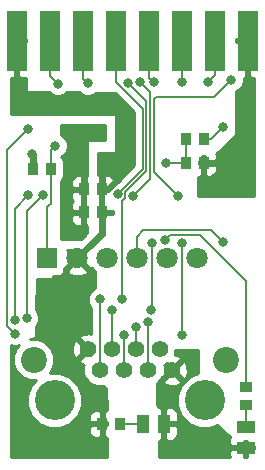
<source format=gbl>
G04 #@! TF.GenerationSoftware,KiCad,Pcbnew,no-vcs-found-bf44d39~61~ubuntu16.04.1*
G04 #@! TF.CreationDate,2018-01-04T16:51:08+01:00*
G04 #@! TF.ProjectId,arcade_adapter,6172636164655F616461707465722E6B,rev?*
G04 #@! TF.SameCoordinates,Original*
G04 #@! TF.FileFunction,Copper,L2,Bot,Signal*
G04 #@! TF.FilePolarity,Positive*
%FSLAX46Y46*%
G04 Gerber Fmt 4.6, Leading zero omitted, Abs format (unit mm)*
G04 Created by KiCad (PCBNEW no-vcs-found-bf44d39~61~ubuntu16.04.1) date Thu Jan  4 16:51:08 2018*
%MOMM*%
%LPD*%
G01*
G04 APERTURE LIST*
%ADD10R,0.914400X1.066800*%
%ADD11R,1.066800X0.914400*%
%ADD12R,1.574800X1.066800*%
%ADD13R,1.066800X1.574800*%
%ADD14R,1.780000X5.080000*%
%ADD15C,1.400000*%
%ADD16C,3.400000*%
%ADD17C,2.200000*%
%ADD18R,1.800000X1.800000*%
%ADD19C,1.800000*%
%ADD20C,0.800000*%
%ADD21C,0.152400*%
%ADD22C,0.609600*%
%ADD23C,0.254000*%
G04 APERTURE END LIST*
D10*
X98907600Y-69857620D03*
X97383600Y-69857620D03*
X97383600Y-71805800D03*
X98907600Y-71805800D03*
X106008000Y-67620000D03*
X107532000Y-67620000D03*
D11*
X111099600Y-86639400D03*
X111099600Y-88163400D03*
D10*
X107532000Y-65650000D03*
X106008000Y-65650000D03*
X98933000Y-89738200D03*
X100457000Y-89738200D03*
X93045280Y-68122800D03*
X94569280Y-68122800D03*
D12*
X111099600Y-91744800D03*
X111099600Y-90017600D03*
D13*
X102412800Y-89738200D03*
X104140000Y-89738200D03*
D14*
X102890000Y-57290000D03*
X105680000Y-57290000D03*
X108480000Y-57290000D03*
X111270000Y-57290000D03*
X100090000Y-57290000D03*
X97300000Y-57290000D03*
X94510000Y-57290000D03*
X91710000Y-57290000D03*
D15*
X104819800Y-85191600D03*
X102789800Y-85191600D03*
X100759800Y-85191600D03*
X98729800Y-85191600D03*
X103799800Y-83411600D03*
X101769800Y-83411600D03*
X99739800Y-83411600D03*
X97709800Y-83411600D03*
D16*
X94919800Y-87731600D03*
X107619800Y-87731600D03*
D17*
X93139800Y-84301600D03*
X109399800Y-84301600D03*
D18*
X94259400Y-75692000D03*
D19*
X96799400Y-75692000D03*
X99339400Y-75692000D03*
X101879400Y-75692000D03*
X104419400Y-75692000D03*
X106959400Y-75692000D03*
D20*
X109169200Y-74371200D03*
X109160000Y-64629998D03*
X102150000Y-60780000D03*
X101523800Y-70408800D03*
X103300000Y-60809998D03*
X100228400Y-70281800D03*
X107880000Y-60770000D03*
X97710000Y-60910000D03*
X105660000Y-60750000D03*
X101117400Y-60883800D03*
X100634800Y-79197199D03*
X98729798Y-79197200D03*
X107590000Y-69740000D03*
X108620000Y-69750000D03*
X110610000Y-69750000D03*
X109590000Y-69760000D03*
X109570000Y-68710000D03*
X110590000Y-68710000D03*
X110580000Y-67620000D03*
X109570000Y-67630000D03*
X98623120Y-65057020D03*
X96154240Y-65031620D03*
X97388680Y-65051940D03*
X105613200Y-90779600D03*
X106984800Y-90779600D03*
X108280200Y-90779600D03*
X108280200Y-91846400D03*
X106908600Y-91846400D03*
X106908600Y-91846400D03*
X105638600Y-91846400D03*
X105638600Y-91846400D03*
X104419400Y-91846400D03*
X93000000Y-66840000D03*
X98920300Y-68303140D03*
X99808030Y-68303140D03*
X100695760Y-68303140D03*
X100690680Y-67249040D03*
X99805490Y-67256660D03*
X98920300Y-67261740D03*
X95160000Y-60950000D03*
X105664004Y-74447400D03*
X100761800Y-82245200D03*
X105664000Y-82245200D03*
X103098600Y-80086200D03*
X99745802Y-80086200D03*
X103124000Y-74422000D03*
X92630000Y-64780000D03*
X104320000Y-67620000D03*
X109870000Y-60590000D03*
X105340000Y-70470000D03*
X102810000Y-81090000D03*
X92557600Y-80772000D03*
X93903800Y-70358000D03*
X104267000Y-74142602D03*
X101770000Y-81500000D03*
X91516200Y-80975200D03*
X92659200Y-70358000D03*
X91567092Y-82099312D03*
X94970600Y-66167000D03*
D21*
X101879400Y-75692000D02*
X101879400Y-73888600D01*
X101879400Y-73888600D02*
X102412800Y-73355200D01*
X102412800Y-73355200D02*
X108153200Y-73355200D01*
X108153200Y-73355200D02*
X109169200Y-74371200D01*
X108141600Y-65650000D02*
X109160000Y-64631600D01*
X109160000Y-64631600D02*
X109160000Y-64629998D01*
X107532000Y-65650000D02*
X108141600Y-65650000D01*
X102969622Y-68962978D02*
X101923799Y-70008801D01*
X101923799Y-70008801D02*
X101523800Y-70408800D01*
X102969622Y-61599622D02*
X102969622Y-68962978D01*
X102150000Y-60780000D02*
X102969622Y-61599622D01*
X102890000Y-60399998D02*
X102900001Y-60409999D01*
X102900001Y-60409999D02*
X103300000Y-60809998D01*
X102890000Y-57290000D02*
X102890000Y-60399998D01*
X102360000Y-63060000D02*
X100090000Y-60790000D01*
X100228400Y-70281800D02*
X100228400Y-70278036D01*
X100090000Y-60790000D02*
X100090000Y-57290000D01*
X102360000Y-68146436D02*
X102360000Y-63060000D01*
X100228400Y-70278036D02*
X102360000Y-68146436D01*
X107880000Y-60770000D02*
X108480000Y-60170000D01*
X108480000Y-60170000D02*
X108480000Y-57290000D01*
X97300000Y-57290000D02*
X97300000Y-60500000D01*
X97300000Y-60500000D02*
X97710000Y-60910000D01*
X105660000Y-60750000D02*
X105660000Y-57310000D01*
X105660000Y-57310000D02*
X105680000Y-57290000D01*
X100882404Y-70634330D02*
X100882404Y-70090794D01*
X100634800Y-79197199D02*
X100634800Y-70881934D01*
X100882404Y-70090794D02*
X102664811Y-68308387D01*
X102664811Y-62431211D02*
X101517399Y-61283799D01*
X100634800Y-70881934D02*
X100882404Y-70634330D01*
X102664811Y-68308387D02*
X102664811Y-62431211D01*
X101517399Y-61283799D02*
X101117400Y-60883800D01*
X98729800Y-79197202D02*
X98729798Y-79197200D01*
X98729800Y-85191600D02*
X98729800Y-79197202D01*
D22*
X108620000Y-69750000D02*
X107600000Y-69750000D01*
X107600000Y-69750000D02*
X107590000Y-69740000D01*
X109590000Y-69760000D02*
X108630000Y-69760000D01*
X108630000Y-69760000D02*
X108620000Y-69750000D01*
X110610000Y-69750000D02*
X109600000Y-69750000D01*
X109600000Y-69750000D02*
X109590000Y-69760000D01*
X109570000Y-68710000D02*
X109570000Y-69740000D01*
X109570000Y-69740000D02*
X109590000Y-69760000D01*
X110580000Y-67620000D02*
X110580000Y-68700000D01*
X110580000Y-68700000D02*
X110590000Y-68710000D01*
X107532000Y-67620000D02*
X109560000Y-67620000D01*
X109560000Y-67620000D02*
X109570000Y-67630000D01*
X97388680Y-65051940D02*
X98638360Y-65051940D01*
X98638360Y-65051940D02*
X98643440Y-65057020D01*
X97388680Y-65051940D02*
X96174560Y-65051940D01*
X96174560Y-65051940D02*
X96154240Y-65031620D01*
X97388680Y-68709540D02*
X97388680Y-65051940D01*
X97383600Y-69857620D02*
X97383600Y-68714620D01*
X97383600Y-68714620D02*
X97388680Y-68709540D01*
D21*
X106984800Y-90779600D02*
X105613200Y-90779600D01*
X108280200Y-91846400D02*
X108280200Y-90779600D01*
X108280200Y-91846400D02*
X106908600Y-91846400D01*
X106908600Y-91846400D02*
X105638600Y-91846400D01*
X104165400Y-90703400D02*
X104165400Y-91592400D01*
X104165400Y-91592400D02*
X104419400Y-91846400D01*
X104140000Y-89738200D02*
X104140000Y-90678000D01*
X104140000Y-90678000D02*
X104165400Y-90703400D01*
X111099600Y-91744800D02*
X110921800Y-91744800D01*
D22*
X99392380Y-69857620D02*
X100190000Y-69060000D01*
X98907600Y-69857620D02*
X99392380Y-69857620D01*
X93045280Y-66885280D02*
X93000000Y-66840000D01*
X93045280Y-68122800D02*
X93045280Y-66885280D01*
X95859600Y-76606400D02*
X95859600Y-77012800D01*
X95874001Y-76591999D02*
X95859600Y-76606400D01*
X96799400Y-75692000D02*
X95899401Y-76591999D01*
X95899401Y-76591999D02*
X95874001Y-76591999D01*
X98912680Y-68709540D02*
X98912680Y-68132960D01*
X98912680Y-68132960D02*
X98912680Y-67091560D01*
X100688140Y-68132960D02*
X99857560Y-68132960D01*
X99832160Y-67086480D02*
X100675440Y-67086480D01*
X100675440Y-67086480D02*
X100683060Y-67078860D01*
X98907600Y-69857620D02*
X98907600Y-68714620D01*
X98907600Y-68714620D02*
X98912680Y-68709540D01*
X97729879Y-74792001D02*
X98907600Y-73614280D01*
X98907600Y-73614280D02*
X98907600Y-71805800D01*
X96799400Y-75692000D02*
X97699399Y-74792001D01*
X97699399Y-74792001D02*
X97729879Y-74792001D01*
D21*
X94760001Y-60550001D02*
X95160000Y-60950000D01*
X94510000Y-60300000D02*
X94760001Y-60550001D01*
X94510000Y-57290000D02*
X94510000Y-60300000D01*
X105664000Y-74447404D02*
X105664004Y-74447400D01*
X105664000Y-82245200D02*
X105664000Y-74447404D01*
X100761800Y-82245200D02*
X100761800Y-83032600D01*
X100761800Y-83032600D02*
X100761800Y-85189600D01*
X100761800Y-85189600D02*
X100759800Y-85191600D01*
X103124000Y-80060800D02*
X103098600Y-80086200D01*
X103124000Y-74422000D02*
X103124000Y-80060800D01*
X99739800Y-83411600D02*
X99739800Y-80092202D01*
X99739800Y-80092202D02*
X99745802Y-80086200D01*
X90886521Y-66523479D02*
X92230001Y-65179999D01*
X91567092Y-82099312D02*
X90886521Y-81418741D01*
X92230001Y-65179999D02*
X92630000Y-64780000D01*
X90886521Y-81418741D02*
X90886521Y-66523479D01*
X106008000Y-67620000D02*
X106008000Y-66934200D01*
X106008000Y-66934200D02*
X106008000Y-65650000D01*
X106008000Y-67620000D02*
X104320000Y-67620000D01*
X107528000Y-65630000D02*
X107498000Y-65600000D01*
X108420000Y-62040000D02*
X109470001Y-60989999D01*
X103274433Y-62245567D02*
X103480000Y-62040000D01*
X103274433Y-68404433D02*
X103274433Y-62245567D01*
X103480000Y-62040000D02*
X108420000Y-62040000D01*
X109470001Y-60989999D02*
X109870000Y-60590000D01*
X105340000Y-70470000D02*
X103274433Y-68404433D01*
X102789800Y-85191600D02*
X102789800Y-81110200D01*
X102789800Y-81110200D02*
X102810000Y-81090000D01*
X92557600Y-80206315D02*
X92557600Y-80772000D01*
X93903800Y-70358000D02*
X92557600Y-71704200D01*
X92557600Y-71704200D02*
X92557600Y-80206315D01*
X111099600Y-86639400D02*
X111099600Y-77673200D01*
X111099600Y-77673200D02*
X107169003Y-73742603D01*
X107169003Y-73742603D02*
X104666999Y-73742603D01*
X104666999Y-73742603D02*
X104267000Y-74142602D01*
X101769800Y-81500200D02*
X101770000Y-81500000D01*
X101769800Y-83411600D02*
X101769800Y-81500200D01*
X91516200Y-80409515D02*
X91516200Y-80975200D01*
X91516200Y-71501000D02*
X91516200Y-80409515D01*
X92659200Y-70358000D02*
X91516200Y-71501000D01*
X94259400Y-71399400D02*
X94526100Y-71132700D01*
X94569280Y-68122800D02*
X94569280Y-71089520D01*
X94569280Y-71089520D02*
X94526100Y-71132700D01*
X94569280Y-68122800D02*
X94569280Y-66568320D01*
X94569280Y-66568320D02*
X94970600Y-66167000D01*
X94259400Y-75692000D02*
X94259400Y-71399400D01*
X100457000Y-89738200D02*
X102412800Y-89738200D01*
X111099600Y-90017600D02*
X111099600Y-88163400D01*
D23*
G36*
X107061000Y-85436019D02*
X106298857Y-85750929D01*
X105641438Y-86407202D01*
X105285207Y-87265102D01*
X105284396Y-88194022D01*
X105639129Y-89052543D01*
X106295402Y-89709962D01*
X107153302Y-90066193D01*
X108082222Y-90067004D01*
X108644010Y-89834878D01*
X109487770Y-90642733D01*
X109529561Y-90669361D01*
X109575600Y-90678000D01*
X109690022Y-90678000D01*
X109714043Y-90798765D01*
X109764513Y-90874298D01*
X109677200Y-91085091D01*
X109677200Y-91459050D01*
X109835950Y-91617800D01*
X110972600Y-91617800D01*
X110972600Y-91198440D01*
X111226600Y-91198440D01*
X111226600Y-91617800D01*
X111761200Y-91617800D01*
X111761200Y-91871800D01*
X111226600Y-91871800D01*
X111226600Y-92558800D01*
X110972600Y-92558800D01*
X110972600Y-91871800D01*
X109835950Y-91871800D01*
X109677200Y-92030550D01*
X109677200Y-92404509D01*
X109741109Y-92558800D01*
X103733600Y-92558800D01*
X103733600Y-91160600D01*
X103854250Y-91160600D01*
X104013000Y-91001850D01*
X104013000Y-89865200D01*
X104267000Y-89865200D01*
X104267000Y-91001850D01*
X104425750Y-91160600D01*
X104799709Y-91160600D01*
X105033098Y-91063927D01*
X105211727Y-90885299D01*
X105308400Y-90651910D01*
X105308400Y-90023950D01*
X105149650Y-89865200D01*
X104267000Y-89865200D01*
X104013000Y-89865200D01*
X103733600Y-89865200D01*
X103733600Y-89611200D01*
X104013000Y-89611200D01*
X104013000Y-88474550D01*
X104267000Y-88474550D01*
X104267000Y-89611200D01*
X105149650Y-89611200D01*
X105308400Y-89452450D01*
X105308400Y-88824490D01*
X105211727Y-88591101D01*
X105033098Y-88412473D01*
X104799709Y-88315800D01*
X104425750Y-88315800D01*
X104267000Y-88474550D01*
X104013000Y-88474550D01*
X103854250Y-88315800D01*
X103612506Y-88315800D01*
X103555800Y-88024169D01*
X103555800Y-86313266D01*
X103742516Y-86126875D01*
X104064131Y-86126875D01*
X104125969Y-86362642D01*
X104626922Y-86539019D01*
X105157240Y-86510264D01*
X105513631Y-86362642D01*
X105575469Y-86126875D01*
X104819800Y-85371205D01*
X104064131Y-86126875D01*
X103742516Y-86126875D01*
X103920898Y-85948804D01*
X103947816Y-85883978D01*
X104640195Y-85191600D01*
X104999405Y-85191600D01*
X105755075Y-85947269D01*
X105990842Y-85885431D01*
X106167219Y-85384478D01*
X106138464Y-84854160D01*
X105990842Y-84497769D01*
X105755075Y-84435931D01*
X104999405Y-85191600D01*
X104640195Y-85191600D01*
X104157053Y-84708458D01*
X104411237Y-84603431D01*
X104819800Y-85011995D01*
X105575469Y-84256325D01*
X105513631Y-84020558D01*
X105058931Y-83860466D01*
X105134568Y-83678313D01*
X105134777Y-83439000D01*
X107061000Y-83439000D01*
X107061000Y-85436019D01*
X107061000Y-85436019D01*
G37*
X107061000Y-85436019D02*
X106298857Y-85750929D01*
X105641438Y-86407202D01*
X105285207Y-87265102D01*
X105284396Y-88194022D01*
X105639129Y-89052543D01*
X106295402Y-89709962D01*
X107153302Y-90066193D01*
X108082222Y-90067004D01*
X108644010Y-89834878D01*
X109487770Y-90642733D01*
X109529561Y-90669361D01*
X109575600Y-90678000D01*
X109690022Y-90678000D01*
X109714043Y-90798765D01*
X109764513Y-90874298D01*
X109677200Y-91085091D01*
X109677200Y-91459050D01*
X109835950Y-91617800D01*
X110972600Y-91617800D01*
X110972600Y-91198440D01*
X111226600Y-91198440D01*
X111226600Y-91617800D01*
X111761200Y-91617800D01*
X111761200Y-91871800D01*
X111226600Y-91871800D01*
X111226600Y-92558800D01*
X110972600Y-92558800D01*
X110972600Y-91871800D01*
X109835950Y-91871800D01*
X109677200Y-92030550D01*
X109677200Y-92404509D01*
X109741109Y-92558800D01*
X103733600Y-92558800D01*
X103733600Y-91160600D01*
X103854250Y-91160600D01*
X104013000Y-91001850D01*
X104013000Y-89865200D01*
X104267000Y-89865200D01*
X104267000Y-91001850D01*
X104425750Y-91160600D01*
X104799709Y-91160600D01*
X105033098Y-91063927D01*
X105211727Y-90885299D01*
X105308400Y-90651910D01*
X105308400Y-90023950D01*
X105149650Y-89865200D01*
X104267000Y-89865200D01*
X104013000Y-89865200D01*
X103733600Y-89865200D01*
X103733600Y-89611200D01*
X104013000Y-89611200D01*
X104013000Y-88474550D01*
X104267000Y-88474550D01*
X104267000Y-89611200D01*
X105149650Y-89611200D01*
X105308400Y-89452450D01*
X105308400Y-88824490D01*
X105211727Y-88591101D01*
X105033098Y-88412473D01*
X104799709Y-88315800D01*
X104425750Y-88315800D01*
X104267000Y-88474550D01*
X104013000Y-88474550D01*
X103854250Y-88315800D01*
X103612506Y-88315800D01*
X103555800Y-88024169D01*
X103555800Y-86313266D01*
X103742516Y-86126875D01*
X104064131Y-86126875D01*
X104125969Y-86362642D01*
X104626922Y-86539019D01*
X105157240Y-86510264D01*
X105513631Y-86362642D01*
X105575469Y-86126875D01*
X104819800Y-85371205D01*
X104064131Y-86126875D01*
X103742516Y-86126875D01*
X103920898Y-85948804D01*
X103947816Y-85883978D01*
X104640195Y-85191600D01*
X104999405Y-85191600D01*
X105755075Y-85947269D01*
X105990842Y-85885431D01*
X106167219Y-85384478D01*
X106138464Y-84854160D01*
X105990842Y-84497769D01*
X105755075Y-84435931D01*
X104999405Y-85191600D01*
X104640195Y-85191600D01*
X104157053Y-84708458D01*
X104411237Y-84603431D01*
X104819800Y-85011995D01*
X105575469Y-84256325D01*
X105513631Y-84020558D01*
X105058931Y-83860466D01*
X105134568Y-83678313D01*
X105134777Y-83439000D01*
X107061000Y-83439000D01*
X107061000Y-85436019D01*
G36*
X96979005Y-75692000D02*
X97879559Y-76592554D01*
X98029727Y-76541965D01*
X98037332Y-76560371D01*
X98328779Y-76852328D01*
X98332617Y-78241440D01*
X98144283Y-78319258D01*
X97852879Y-78610154D01*
X97694978Y-78990423D01*
X97694619Y-79402171D01*
X97851856Y-79782715D01*
X98018600Y-79949750D01*
X98018600Y-82104995D01*
X97902678Y-82064181D01*
X97372360Y-82092936D01*
X97015969Y-82240558D01*
X96954131Y-82476325D01*
X97709800Y-83231995D01*
X98018600Y-82923195D01*
X98018600Y-83282405D01*
X97889405Y-83411600D01*
X98018600Y-83540795D01*
X98018600Y-83900005D01*
X97709800Y-83591205D01*
X96954131Y-84346875D01*
X97015969Y-84582642D01*
X97362023Y-84704481D01*
X97338695Y-84746956D01*
X97333204Y-84775072D01*
X97282404Y-85410072D01*
X97288165Y-85459289D01*
X97303854Y-85491428D01*
X97573973Y-85890176D01*
X97597382Y-85946829D01*
X97643958Y-85993486D01*
X97837254Y-86278828D01*
X97872516Y-86313643D01*
X97934717Y-86334367D01*
X98011974Y-86339049D01*
X98463087Y-86526368D01*
X98959660Y-86526801D01*
X99240958Y-86710256D01*
X99327448Y-88569800D01*
X99218750Y-88569800D01*
X99060000Y-88728550D01*
X99060000Y-89611200D01*
X99334924Y-89611200D01*
X99333481Y-89865200D01*
X99060000Y-89865200D01*
X99060000Y-90747850D01*
X99218750Y-90906600D01*
X99327564Y-90906600D01*
X99318177Y-92558800D01*
X91210200Y-92558800D01*
X91210200Y-83071799D01*
X91360315Y-83134132D01*
X91772063Y-83134491D01*
X91910404Y-83077330D01*
X91669796Y-83317518D01*
X91405101Y-83954973D01*
X91404499Y-84645199D01*
X91668081Y-85283115D01*
X92155718Y-85771604D01*
X92793173Y-86036299D01*
X93312535Y-86036752D01*
X92941438Y-86407202D01*
X92585207Y-87265102D01*
X92584396Y-88194022D01*
X92939129Y-89052543D01*
X93595402Y-89709962D01*
X94453302Y-90066193D01*
X95382222Y-90067004D01*
X95486420Y-90023950D01*
X97840800Y-90023950D01*
X97840800Y-90397910D01*
X97937473Y-90631299D01*
X98116102Y-90809927D01*
X98349491Y-90906600D01*
X98647250Y-90906600D01*
X98806000Y-90747850D01*
X98806000Y-89865200D01*
X97999550Y-89865200D01*
X97840800Y-90023950D01*
X95486420Y-90023950D01*
X96240743Y-89712271D01*
X96875630Y-89078490D01*
X97840800Y-89078490D01*
X97840800Y-89452450D01*
X97999550Y-89611200D01*
X98806000Y-89611200D01*
X98806000Y-88728550D01*
X98647250Y-88569800D01*
X98349491Y-88569800D01*
X98116102Y-88666473D01*
X97937473Y-88845101D01*
X97840800Y-89078490D01*
X96875630Y-89078490D01*
X96898162Y-89055998D01*
X97254393Y-88198098D01*
X97255204Y-87269178D01*
X96900471Y-86410657D01*
X96244198Y-85753238D01*
X95386298Y-85397007D01*
X94499060Y-85396232D01*
X94609804Y-85285682D01*
X94874499Y-84648227D01*
X94875101Y-83958001D01*
X94611519Y-83320085D01*
X94510333Y-83218722D01*
X96362381Y-83218722D01*
X96391136Y-83749040D01*
X96538758Y-84105431D01*
X96774525Y-84167269D01*
X97530195Y-83411600D01*
X96774525Y-82655931D01*
X96538758Y-82717769D01*
X96362381Y-83218722D01*
X94510333Y-83218722D01*
X94123882Y-82831596D01*
X93486427Y-82566901D01*
X92842224Y-82566339D01*
X93254389Y-82443075D01*
X93298182Y-82419888D01*
X93329768Y-82381707D01*
X93344998Y-82322048D01*
X93349478Y-81443939D01*
X93434519Y-81359046D01*
X93592420Y-80978777D01*
X93592779Y-80567029D01*
X93435542Y-80186485D01*
X93356299Y-80107103D01*
X93369753Y-77470000D01*
X94665800Y-77470000D01*
X94714401Y-77460333D01*
X94755603Y-77432803D01*
X94783133Y-77391601D01*
X94792800Y-77343000D01*
X94792800Y-77239440D01*
X95159400Y-77239440D01*
X95407165Y-77190157D01*
X95617209Y-77049809D01*
X95757557Y-76839765D01*
X95771004Y-76772159D01*
X95898846Y-76772159D01*
X95985252Y-77028643D01*
X96558736Y-77238458D01*
X97168860Y-77212839D01*
X97613548Y-77028643D01*
X97699954Y-76772159D01*
X96799400Y-75871605D01*
X95898846Y-76772159D01*
X95771004Y-76772159D01*
X95806840Y-76592000D01*
X95806840Y-76504955D01*
X96619795Y-75692000D01*
X95961075Y-75033280D01*
X96320043Y-75033038D01*
X96799400Y-75512395D01*
X97279405Y-75032390D01*
X97638857Y-75032148D01*
X96979005Y-75692000D01*
X96979005Y-75692000D01*
G37*
X96979005Y-75692000D02*
X97879559Y-76592554D01*
X98029727Y-76541965D01*
X98037332Y-76560371D01*
X98328779Y-76852328D01*
X98332617Y-78241440D01*
X98144283Y-78319258D01*
X97852879Y-78610154D01*
X97694978Y-78990423D01*
X97694619Y-79402171D01*
X97851856Y-79782715D01*
X98018600Y-79949750D01*
X98018600Y-82104995D01*
X97902678Y-82064181D01*
X97372360Y-82092936D01*
X97015969Y-82240558D01*
X96954131Y-82476325D01*
X97709800Y-83231995D01*
X98018600Y-82923195D01*
X98018600Y-83282405D01*
X97889405Y-83411600D01*
X98018600Y-83540795D01*
X98018600Y-83900005D01*
X97709800Y-83591205D01*
X96954131Y-84346875D01*
X97015969Y-84582642D01*
X97362023Y-84704481D01*
X97338695Y-84746956D01*
X97333204Y-84775072D01*
X97282404Y-85410072D01*
X97288165Y-85459289D01*
X97303854Y-85491428D01*
X97573973Y-85890176D01*
X97597382Y-85946829D01*
X97643958Y-85993486D01*
X97837254Y-86278828D01*
X97872516Y-86313643D01*
X97934717Y-86334367D01*
X98011974Y-86339049D01*
X98463087Y-86526368D01*
X98959660Y-86526801D01*
X99240958Y-86710256D01*
X99327448Y-88569800D01*
X99218750Y-88569800D01*
X99060000Y-88728550D01*
X99060000Y-89611200D01*
X99334924Y-89611200D01*
X99333481Y-89865200D01*
X99060000Y-89865200D01*
X99060000Y-90747850D01*
X99218750Y-90906600D01*
X99327564Y-90906600D01*
X99318177Y-92558800D01*
X91210200Y-92558800D01*
X91210200Y-83071799D01*
X91360315Y-83134132D01*
X91772063Y-83134491D01*
X91910404Y-83077330D01*
X91669796Y-83317518D01*
X91405101Y-83954973D01*
X91404499Y-84645199D01*
X91668081Y-85283115D01*
X92155718Y-85771604D01*
X92793173Y-86036299D01*
X93312535Y-86036752D01*
X92941438Y-86407202D01*
X92585207Y-87265102D01*
X92584396Y-88194022D01*
X92939129Y-89052543D01*
X93595402Y-89709962D01*
X94453302Y-90066193D01*
X95382222Y-90067004D01*
X95486420Y-90023950D01*
X97840800Y-90023950D01*
X97840800Y-90397910D01*
X97937473Y-90631299D01*
X98116102Y-90809927D01*
X98349491Y-90906600D01*
X98647250Y-90906600D01*
X98806000Y-90747850D01*
X98806000Y-89865200D01*
X97999550Y-89865200D01*
X97840800Y-90023950D01*
X95486420Y-90023950D01*
X96240743Y-89712271D01*
X96875630Y-89078490D01*
X97840800Y-89078490D01*
X97840800Y-89452450D01*
X97999550Y-89611200D01*
X98806000Y-89611200D01*
X98806000Y-88728550D01*
X98647250Y-88569800D01*
X98349491Y-88569800D01*
X98116102Y-88666473D01*
X97937473Y-88845101D01*
X97840800Y-89078490D01*
X96875630Y-89078490D01*
X96898162Y-89055998D01*
X97254393Y-88198098D01*
X97255204Y-87269178D01*
X96900471Y-86410657D01*
X96244198Y-85753238D01*
X95386298Y-85397007D01*
X94499060Y-85396232D01*
X94609804Y-85285682D01*
X94874499Y-84648227D01*
X94875101Y-83958001D01*
X94611519Y-83320085D01*
X94510333Y-83218722D01*
X96362381Y-83218722D01*
X96391136Y-83749040D01*
X96538758Y-84105431D01*
X96774525Y-84167269D01*
X97530195Y-83411600D01*
X96774525Y-82655931D01*
X96538758Y-82717769D01*
X96362381Y-83218722D01*
X94510333Y-83218722D01*
X94123882Y-82831596D01*
X93486427Y-82566901D01*
X92842224Y-82566339D01*
X93254389Y-82443075D01*
X93298182Y-82419888D01*
X93329768Y-82381707D01*
X93344998Y-82322048D01*
X93349478Y-81443939D01*
X93434519Y-81359046D01*
X93592420Y-80978777D01*
X93592779Y-80567029D01*
X93435542Y-80186485D01*
X93356299Y-80107103D01*
X93369753Y-77470000D01*
X94665800Y-77470000D01*
X94714401Y-77460333D01*
X94755603Y-77432803D01*
X94783133Y-77391601D01*
X94792800Y-77343000D01*
X94792800Y-77239440D01*
X95159400Y-77239440D01*
X95407165Y-77190157D01*
X95617209Y-77049809D01*
X95757557Y-76839765D01*
X95771004Y-76772159D01*
X95898846Y-76772159D01*
X95985252Y-77028643D01*
X96558736Y-77238458D01*
X97168860Y-77212839D01*
X97613548Y-77028643D01*
X97699954Y-76772159D01*
X96799400Y-75871605D01*
X95898846Y-76772159D01*
X95771004Y-76772159D01*
X95806840Y-76592000D01*
X95806840Y-76504955D01*
X96619795Y-75692000D01*
X95961075Y-75033280D01*
X96320043Y-75033038D01*
X96799400Y-75512395D01*
X97279405Y-75032390D01*
X97638857Y-75032148D01*
X96979005Y-75692000D01*
G36*
X91837000Y-57163000D02*
X92495079Y-57163000D01*
X92494377Y-57417000D01*
X91837000Y-57417000D01*
X91837000Y-60306250D01*
X91995750Y-60465000D01*
X92485945Y-60465000D01*
X92483000Y-61529649D01*
X92492533Y-61578276D01*
X92519949Y-61619554D01*
X92561075Y-61647198D01*
X92609617Y-61656999D01*
X94408751Y-61662429D01*
X94572954Y-61826919D01*
X94953223Y-61984820D01*
X95364971Y-61985179D01*
X95745515Y-61827942D01*
X95906788Y-61666950D01*
X97006508Y-61670269D01*
X97122954Y-61786919D01*
X97503223Y-61944820D01*
X97914971Y-61945179D01*
X98295515Y-61787942D01*
X98409152Y-61674503D01*
X99973436Y-61679224D01*
X101648800Y-63354588D01*
X101648800Y-67851847D01*
X100253826Y-69246822D01*
X100023429Y-69246621D01*
X99999800Y-69256384D01*
X99999800Y-69197910D01*
X99903127Y-68964521D01*
X99724498Y-68785893D01*
X99491109Y-68689220D01*
X99193350Y-68689220D01*
X99034600Y-68847970D01*
X99034600Y-69730620D01*
X99336588Y-69730620D01*
X99231118Y-69984620D01*
X99034600Y-69984620D01*
X99034600Y-71678800D01*
X99823000Y-71678800D01*
X99823000Y-71932800D01*
X99034600Y-71932800D01*
X99034600Y-72373000D01*
X98780600Y-72373000D01*
X98780600Y-71932800D01*
X98577000Y-71932800D01*
X98577000Y-71678800D01*
X98780600Y-71678800D01*
X98780600Y-69984620D01*
X98577000Y-69984620D01*
X98577000Y-69730620D01*
X98780600Y-69730620D01*
X98780600Y-68847970D01*
X98621850Y-68689220D01*
X98577000Y-68689220D01*
X98577000Y-66827000D01*
X100000000Y-66827000D01*
X100048601Y-66817333D01*
X100089803Y-66789803D01*
X100117333Y-66748601D01*
X100127000Y-66700000D01*
X100127000Y-63600000D01*
X100117333Y-63551399D01*
X100089803Y-63510197D01*
X100048601Y-63482667D01*
X100000268Y-63473000D01*
X91210200Y-63454475D01*
X91210200Y-60465000D01*
X91424250Y-60465000D01*
X91583000Y-60306250D01*
X91583000Y-57417000D01*
X91210200Y-57417000D01*
X91210200Y-57163000D01*
X91583000Y-57163000D01*
X91583000Y-55015200D01*
X91837000Y-55015200D01*
X91837000Y-57163000D01*
X91837000Y-57163000D01*
G37*
X91837000Y-57163000D02*
X92495079Y-57163000D01*
X92494377Y-57417000D01*
X91837000Y-57417000D01*
X91837000Y-60306250D01*
X91995750Y-60465000D01*
X92485945Y-60465000D01*
X92483000Y-61529649D01*
X92492533Y-61578276D01*
X92519949Y-61619554D01*
X92561075Y-61647198D01*
X92609617Y-61656999D01*
X94408751Y-61662429D01*
X94572954Y-61826919D01*
X94953223Y-61984820D01*
X95364971Y-61985179D01*
X95745515Y-61827942D01*
X95906788Y-61666950D01*
X97006508Y-61670269D01*
X97122954Y-61786919D01*
X97503223Y-61944820D01*
X97914971Y-61945179D01*
X98295515Y-61787942D01*
X98409152Y-61674503D01*
X99973436Y-61679224D01*
X101648800Y-63354588D01*
X101648800Y-67851847D01*
X100253826Y-69246822D01*
X100023429Y-69246621D01*
X99999800Y-69256384D01*
X99999800Y-69197910D01*
X99903127Y-68964521D01*
X99724498Y-68785893D01*
X99491109Y-68689220D01*
X99193350Y-68689220D01*
X99034600Y-68847970D01*
X99034600Y-69730620D01*
X99336588Y-69730620D01*
X99231118Y-69984620D01*
X99034600Y-69984620D01*
X99034600Y-71678800D01*
X99823000Y-71678800D01*
X99823000Y-71932800D01*
X99034600Y-71932800D01*
X99034600Y-72373000D01*
X98780600Y-72373000D01*
X98780600Y-71932800D01*
X98577000Y-71932800D01*
X98577000Y-71678800D01*
X98780600Y-71678800D01*
X98780600Y-69984620D01*
X98577000Y-69984620D01*
X98577000Y-69730620D01*
X98780600Y-69730620D01*
X98780600Y-68847970D01*
X98621850Y-68689220D01*
X98577000Y-68689220D01*
X98577000Y-66827000D01*
X100000000Y-66827000D01*
X100048601Y-66817333D01*
X100089803Y-66789803D01*
X100117333Y-66748601D01*
X100127000Y-66700000D01*
X100127000Y-63600000D01*
X100117333Y-63551399D01*
X100089803Y-63510197D01*
X100048601Y-63482667D01*
X100000268Y-63473000D01*
X91210200Y-63454475D01*
X91210200Y-60465000D01*
X91424250Y-60465000D01*
X91583000Y-60306250D01*
X91583000Y-57417000D01*
X91210200Y-57417000D01*
X91210200Y-57163000D01*
X91583000Y-57163000D01*
X91583000Y-55015200D01*
X91837000Y-55015200D01*
X91837000Y-57163000D01*
G36*
X99173000Y-65673067D02*
X97789933Y-65673800D01*
X97741337Y-65683493D01*
X97700150Y-65711045D01*
X97672642Y-65752261D01*
X97663000Y-65800466D01*
X97655369Y-68703201D01*
X97510600Y-68847970D01*
X97510600Y-69730620D01*
X97652668Y-69730620D01*
X97652001Y-69984620D01*
X97510600Y-69984620D01*
X97510600Y-71678800D01*
X97647547Y-71678800D01*
X97646879Y-71932800D01*
X97510600Y-71932800D01*
X97510600Y-72815450D01*
X97644208Y-72949058D01*
X97642770Y-73496039D01*
X97567590Y-73625212D01*
X97126717Y-74066085D01*
X97116368Y-74073000D01*
X95427000Y-74073000D01*
X95427000Y-72091550D01*
X96291400Y-72091550D01*
X96291400Y-72465510D01*
X96388073Y-72698899D01*
X96566702Y-72877527D01*
X96800091Y-72974200D01*
X97097850Y-72974200D01*
X97256600Y-72815450D01*
X97256600Y-71932800D01*
X96450150Y-71932800D01*
X96291400Y-72091550D01*
X95427000Y-72091550D01*
X95427000Y-70143370D01*
X96291400Y-70143370D01*
X96291400Y-70517330D01*
X96388073Y-70750719D01*
X96469064Y-70831710D01*
X96388073Y-70912701D01*
X96291400Y-71146090D01*
X96291400Y-71520050D01*
X96450150Y-71678800D01*
X97256600Y-71678800D01*
X97256600Y-69984620D01*
X96450150Y-69984620D01*
X96291400Y-70143370D01*
X95427000Y-70143370D01*
X95427000Y-69197910D01*
X96291400Y-69197910D01*
X96291400Y-69571870D01*
X96450150Y-69730620D01*
X97256600Y-69730620D01*
X97256600Y-68847970D01*
X97097850Y-68689220D01*
X96800091Y-68689220D01*
X96566702Y-68785893D01*
X96388073Y-68964521D01*
X96291400Y-69197910D01*
X95427000Y-69197910D01*
X95427000Y-69152289D01*
X95484289Y-69114009D01*
X95624637Y-68903965D01*
X95673920Y-68656200D01*
X95673920Y-67589400D01*
X95624637Y-67341635D01*
X95484289Y-67131591D01*
X95431605Y-67096388D01*
X95556115Y-67044942D01*
X95847519Y-66754046D01*
X96005420Y-66373777D01*
X96005779Y-65962029D01*
X95848542Y-65581485D01*
X95557646Y-65290081D01*
X95427000Y-65235832D01*
X95427000Y-64427000D01*
X99173000Y-64427000D01*
X99173000Y-65673067D01*
X99173000Y-65673067D01*
G37*
X99173000Y-65673067D02*
X97789933Y-65673800D01*
X97741337Y-65683493D01*
X97700150Y-65711045D01*
X97672642Y-65752261D01*
X97663000Y-65800466D01*
X97655369Y-68703201D01*
X97510600Y-68847970D01*
X97510600Y-69730620D01*
X97652668Y-69730620D01*
X97652001Y-69984620D01*
X97510600Y-69984620D01*
X97510600Y-71678800D01*
X97647547Y-71678800D01*
X97646879Y-71932800D01*
X97510600Y-71932800D01*
X97510600Y-72815450D01*
X97644208Y-72949058D01*
X97642770Y-73496039D01*
X97567590Y-73625212D01*
X97126717Y-74066085D01*
X97116368Y-74073000D01*
X95427000Y-74073000D01*
X95427000Y-72091550D01*
X96291400Y-72091550D01*
X96291400Y-72465510D01*
X96388073Y-72698899D01*
X96566702Y-72877527D01*
X96800091Y-72974200D01*
X97097850Y-72974200D01*
X97256600Y-72815450D01*
X97256600Y-71932800D01*
X96450150Y-71932800D01*
X96291400Y-72091550D01*
X95427000Y-72091550D01*
X95427000Y-70143370D01*
X96291400Y-70143370D01*
X96291400Y-70517330D01*
X96388073Y-70750719D01*
X96469064Y-70831710D01*
X96388073Y-70912701D01*
X96291400Y-71146090D01*
X96291400Y-71520050D01*
X96450150Y-71678800D01*
X97256600Y-71678800D01*
X97256600Y-69984620D01*
X96450150Y-69984620D01*
X96291400Y-70143370D01*
X95427000Y-70143370D01*
X95427000Y-69197910D01*
X96291400Y-69197910D01*
X96291400Y-69571870D01*
X96450150Y-69730620D01*
X97256600Y-69730620D01*
X97256600Y-68847970D01*
X97097850Y-68689220D01*
X96800091Y-68689220D01*
X96566702Y-68785893D01*
X96388073Y-68964521D01*
X96291400Y-69197910D01*
X95427000Y-69197910D01*
X95427000Y-69152289D01*
X95484289Y-69114009D01*
X95624637Y-68903965D01*
X95673920Y-68656200D01*
X95673920Y-67589400D01*
X95624637Y-67341635D01*
X95484289Y-67131591D01*
X95431605Y-67096388D01*
X95556115Y-67044942D01*
X95847519Y-66754046D01*
X96005420Y-66373777D01*
X96005779Y-65962029D01*
X95848542Y-65581485D01*
X95557646Y-65290081D01*
X95427000Y-65235832D01*
X95427000Y-64427000D01*
X99173000Y-64427000D01*
X99173000Y-65673067D01*
G36*
X111397000Y-57163000D02*
X111761200Y-57163000D01*
X111761200Y-57417000D01*
X111397000Y-57417000D01*
X111397000Y-60306250D01*
X111555750Y-60465000D01*
X111761200Y-60465000D01*
X111761200Y-70463000D01*
X107008391Y-70463000D01*
X107026643Y-68788400D01*
X107246250Y-68788400D01*
X107405000Y-68629650D01*
X107405000Y-67747000D01*
X107659000Y-67747000D01*
X107659000Y-68629650D01*
X107817750Y-68788400D01*
X108115509Y-68788400D01*
X108348898Y-68691727D01*
X108527527Y-68513099D01*
X108624200Y-68279710D01*
X108624200Y-67905750D01*
X108465450Y-67747000D01*
X107659000Y-67747000D01*
X107405000Y-67747000D01*
X107112640Y-67747000D01*
X107112640Y-67493000D01*
X107405000Y-67493000D01*
X107405000Y-67027573D01*
X107659000Y-67017344D01*
X107659000Y-67493000D01*
X108465450Y-67493000D01*
X108624200Y-67334250D01*
X108624200Y-66960290D01*
X108586679Y-66869706D01*
X110196164Y-65383299D01*
X110225309Y-65343223D01*
X110237000Y-65289758D01*
X110229898Y-61561165D01*
X110455515Y-61467942D01*
X110746919Y-61177046D01*
X110904820Y-60796777D01*
X110905109Y-60465000D01*
X110984250Y-60465000D01*
X111143000Y-60306250D01*
X111143000Y-57417000D01*
X110227000Y-57417000D01*
X110227000Y-57163000D01*
X111143000Y-57163000D01*
X111143000Y-55015200D01*
X111397000Y-55015200D01*
X111397000Y-57163000D01*
X111397000Y-57163000D01*
G37*
X111397000Y-57163000D02*
X111761200Y-57163000D01*
X111761200Y-57417000D01*
X111397000Y-57417000D01*
X111397000Y-60306250D01*
X111555750Y-60465000D01*
X111761200Y-60465000D01*
X111761200Y-70463000D01*
X107008391Y-70463000D01*
X107026643Y-68788400D01*
X107246250Y-68788400D01*
X107405000Y-68629650D01*
X107405000Y-67747000D01*
X107659000Y-67747000D01*
X107659000Y-68629650D01*
X107817750Y-68788400D01*
X108115509Y-68788400D01*
X108348898Y-68691727D01*
X108527527Y-68513099D01*
X108624200Y-68279710D01*
X108624200Y-67905750D01*
X108465450Y-67747000D01*
X107659000Y-67747000D01*
X107405000Y-67747000D01*
X107112640Y-67747000D01*
X107112640Y-67493000D01*
X107405000Y-67493000D01*
X107405000Y-67027573D01*
X107659000Y-67017344D01*
X107659000Y-67493000D01*
X108465450Y-67493000D01*
X108624200Y-67334250D01*
X108624200Y-66960290D01*
X108586679Y-66869706D01*
X110196164Y-65383299D01*
X110225309Y-65343223D01*
X110237000Y-65289758D01*
X110229898Y-61561165D01*
X110455515Y-61467942D01*
X110746919Y-61177046D01*
X110904820Y-60796777D01*
X110905109Y-60465000D01*
X110984250Y-60465000D01*
X111143000Y-60306250D01*
X111143000Y-57417000D01*
X110227000Y-57417000D01*
X110227000Y-57163000D01*
X111143000Y-57163000D01*
X111143000Y-55015200D01*
X111397000Y-55015200D01*
X111397000Y-57163000D01*
M02*

</source>
